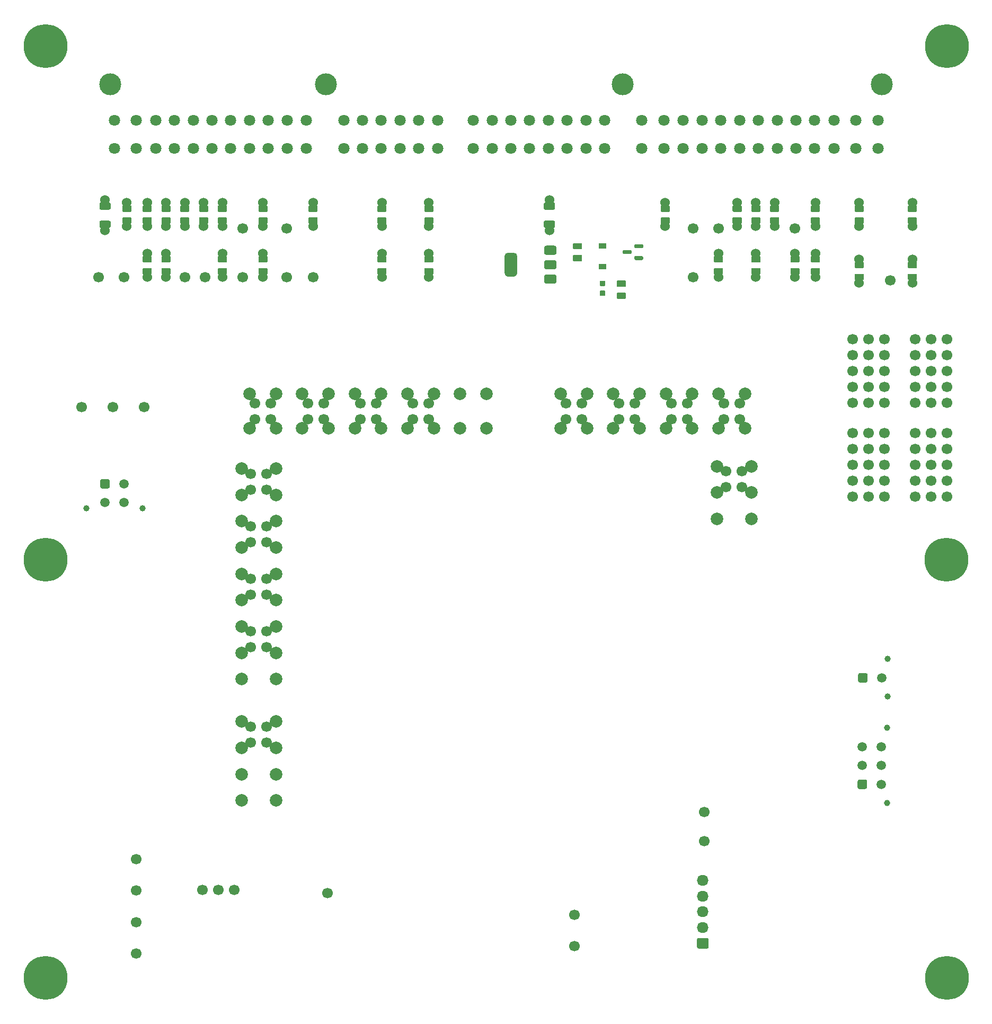
<source format=gts>
G04 #@! TF.GenerationSoftware,KiCad,Pcbnew,8.0.9-8.0.9-0~ubuntu24.04.1*
G04 #@! TF.CreationDate,2025-09-02T15:45:05+00:00*
G04 #@! TF.ProjectId,uaefi-adapter-NA-90-95,75616566-692d-4616-9461-707465722d4e,b*
G04 #@! TF.SameCoordinates,Original*
G04 #@! TF.FileFunction,Soldermask,Top*
G04 #@! TF.FilePolarity,Negative*
%FSLAX46Y46*%
G04 Gerber Fmt 4.6, Leading zero omitted, Abs format (unit mm)*
G04 Created by KiCad (PCBNEW 8.0.9-8.0.9-0~ubuntu24.04.1) date 2025-09-02 15:45:05*
%MOMM*%
%LPD*%
G01*
G04 APERTURE LIST*
%ADD10C,1.524000*%
%ADD11C,1.700000*%
%ADD12C,1.000000*%
%ADD13C,1.500000*%
%ADD14C,7.000000*%
%ADD15C,3.500120*%
%ADD16C,1.800000*%
%ADD17C,2.000000*%
%ADD18O,1.850000X1.700000*%
G04 APERTURE END LIST*
D10*
G04 #@! TO.C,R17*
X30249999Y125094999D03*
G36*
G01*
X30874999Y125549998D02*
X29624999Y125549998D01*
G75*
G02*
X29524999Y125649998I0J100000D01*
G01*
X29524999Y126449998D01*
G75*
G02*
X29624999Y126549998I100000J0D01*
G01*
X30874999Y126549998D01*
G75*
G02*
X30974999Y126449998I0J-100000D01*
G01*
X30974999Y125649998D01*
G75*
G02*
X30874999Y125549998I-100000J0D01*
G01*
G37*
G36*
G01*
X30874999Y127450020D02*
X29624999Y127450020D01*
G75*
G02*
X29524999Y127550020I0J100000D01*
G01*
X29524999Y128350020D01*
G75*
G02*
X29624999Y128450020I100000J0D01*
G01*
X30874999Y128450020D01*
G75*
G02*
X30974999Y128350020I0J-100000D01*
G01*
X30974999Y127550020D01*
G75*
G02*
X30874999Y127450020I-100000J0D01*
G01*
G37*
X30249999Y128904999D03*
G04 #@! TD*
G04 #@! TO.C,R15*
X24249999Y125094999D03*
G36*
G01*
X24874999Y125549998D02*
X23624999Y125549998D01*
G75*
G02*
X23524999Y125649998I0J100000D01*
G01*
X23524999Y126449998D01*
G75*
G02*
X23624999Y126549998I100000J0D01*
G01*
X24874999Y126549998D01*
G75*
G02*
X24974999Y126449998I0J-100000D01*
G01*
X24974999Y125649998D01*
G75*
G02*
X24874999Y125549998I-100000J0D01*
G01*
G37*
G36*
G01*
X24874999Y127450020D02*
X23624999Y127450020D01*
G75*
G02*
X23524999Y127550020I0J100000D01*
G01*
X23524999Y128350020D01*
G75*
G02*
X23624999Y128450020I100000J0D01*
G01*
X24874999Y128450020D01*
G75*
G02*
X24974999Y128350020I0J-100000D01*
G01*
X24974999Y127550020D01*
G75*
G02*
X24874999Y127450020I-100000J0D01*
G01*
G37*
X24249999Y128904999D03*
G04 #@! TD*
D11*
G04 #@! TO.C,P11*
X47749999Y116999999D03*
G04 #@! TD*
D10*
G04 #@! TO.C,R58*
X118499999Y125094999D03*
G36*
G01*
X119124999Y125549998D02*
X117874999Y125549998D01*
G75*
G02*
X117774999Y125649998I0J100000D01*
G01*
X117774999Y126449998D01*
G75*
G02*
X117874999Y126549998I100000J0D01*
G01*
X119124999Y126549998D01*
G75*
G02*
X119224999Y126449998I0J-100000D01*
G01*
X119224999Y125649998D01*
G75*
G02*
X119124999Y125549998I-100000J0D01*
G01*
G37*
G36*
G01*
X119124999Y127450020D02*
X117874999Y127450020D01*
G75*
G02*
X117774999Y127550020I0J100000D01*
G01*
X117774999Y128350020D01*
G75*
G02*
X117874999Y128450020I100000J0D01*
G01*
X119124999Y128450020D01*
G75*
G02*
X119224999Y128350020I0J-100000D01*
G01*
X119224999Y127550020D01*
G75*
G02*
X119124999Y127450020I-100000J0D01*
G01*
G37*
X118499999Y128904999D03*
G04 #@! TD*
D11*
G04 #@! TO.C,P3*
X19499999Y18999999D03*
G04 #@! TD*
G04 #@! TO.C,P_D5*
X108499999Y116999999D03*
G04 #@! TD*
D10*
G04 #@! TO.C,R57*
X115499999Y125094999D03*
G36*
G01*
X116124999Y125549998D02*
X114874999Y125549998D01*
G75*
G02*
X114774999Y125649998I0J100000D01*
G01*
X114774999Y126449998D01*
G75*
G02*
X114874999Y126549998I100000J0D01*
G01*
X116124999Y126549998D01*
G75*
G02*
X116224999Y126449998I0J-100000D01*
G01*
X116224999Y125649998D01*
G75*
G02*
X116124999Y125549998I-100000J0D01*
G01*
G37*
G36*
G01*
X116124999Y127450020D02*
X114874999Y127450020D01*
G75*
G02*
X114774999Y127550020I0J100000D01*
G01*
X114774999Y128350020D01*
G75*
G02*
X114874999Y128450020I100000J0D01*
G01*
X116124999Y128450020D01*
G75*
G02*
X116224999Y128350020I0J-100000D01*
G01*
X116224999Y127550020D01*
G75*
G02*
X116124999Y127450020I-100000J0D01*
G01*
G37*
X115499999Y128904999D03*
G04 #@! TD*
G04 #@! TO.C,R22*
X47749999Y125094999D03*
G36*
G01*
X48374999Y125549998D02*
X47124999Y125549998D01*
G75*
G02*
X47024999Y125649998I0J100000D01*
G01*
X47024999Y126449998D01*
G75*
G02*
X47124999Y126549998I100000J0D01*
G01*
X48374999Y126549998D01*
G75*
G02*
X48474999Y126449998I0J-100000D01*
G01*
X48474999Y125649998D01*
G75*
G02*
X48374999Y125549998I-100000J0D01*
G01*
G37*
G36*
G01*
X48374999Y127450020D02*
X47124999Y127450020D01*
G75*
G02*
X47024999Y127550020I0J100000D01*
G01*
X47024999Y128350020D01*
G75*
G02*
X47124999Y128450020I100000J0D01*
G01*
X48374999Y128450020D01*
G75*
G02*
X48474999Y128350020I0J-100000D01*
G01*
X48474999Y127550020D01*
G75*
G02*
X48374999Y127450020I-100000J0D01*
G01*
G37*
X47749999Y128904999D03*
G04 #@! TD*
G04 #@! TO.C,R46*
X124749999Y116999999D03*
G36*
G01*
X125374999Y117454998D02*
X124124999Y117454998D01*
G75*
G02*
X124024999Y117554998I0J100000D01*
G01*
X124024999Y118354998D01*
G75*
G02*
X124124999Y118454998I100000J0D01*
G01*
X125374999Y118454998D01*
G75*
G02*
X125474999Y118354998I0J-100000D01*
G01*
X125474999Y117554998D01*
G75*
G02*
X125374999Y117454998I-100000J0D01*
G01*
G37*
G36*
G01*
X125374999Y119355020D02*
X124124999Y119355020D01*
G75*
G02*
X124024999Y119455020I0J100000D01*
G01*
X124024999Y120255020D01*
G75*
G02*
X124124999Y120355020I100000J0D01*
G01*
X125374999Y120355020D01*
G75*
G02*
X125474999Y120255020I0J-100000D01*
G01*
X125474999Y119455020D01*
G75*
G02*
X125374999Y119355020I-100000J0D01*
G01*
G37*
X124749999Y120809999D03*
G04 #@! TD*
G04 #@! TO.C,R9*
X39749999Y116999999D03*
G36*
G01*
X40374999Y117454998D02*
X39124999Y117454998D01*
G75*
G02*
X39024999Y117554998I0J100000D01*
G01*
X39024999Y118354998D01*
G75*
G02*
X39124999Y118454998I100000J0D01*
G01*
X40374999Y118454998D01*
G75*
G02*
X40474999Y118354998I0J-100000D01*
G01*
X40474999Y117554998D01*
G75*
G02*
X40374999Y117454998I-100000J0D01*
G01*
G37*
G36*
G01*
X40374999Y119355020D02*
X39124999Y119355020D01*
G75*
G02*
X39024999Y119455020I0J100000D01*
G01*
X39024999Y120255020D01*
G75*
G02*
X39124999Y120355020I100000J0D01*
G01*
X40374999Y120355020D01*
G75*
G02*
X40474999Y120255020I0J-100000D01*
G01*
X40474999Y119455020D01*
G75*
G02*
X40374999Y119355020I-100000J0D01*
G01*
G37*
X39749999Y120809999D03*
G04 #@! TD*
D11*
G04 #@! TO.C,P12*
X13499999Y116999999D03*
G04 #@! TD*
D10*
G04 #@! TO.C,R49_51*
X134999999Y116094999D03*
G36*
G01*
X135624999Y116549998D02*
X134374999Y116549998D01*
G75*
G02*
X134274999Y116649998I0J100000D01*
G01*
X134274999Y117449998D01*
G75*
G02*
X134374999Y117549998I100000J0D01*
G01*
X135624999Y117549998D01*
G75*
G02*
X135724999Y117449998I0J-100000D01*
G01*
X135724999Y116649998D01*
G75*
G02*
X135624999Y116549998I-100000J0D01*
G01*
G37*
G36*
G01*
X135624999Y118450020D02*
X134374999Y118450020D01*
G75*
G02*
X134274999Y118550020I0J100000D01*
G01*
X134274999Y119350020D01*
G75*
G02*
X134374999Y119450020I100000J0D01*
G01*
X135624999Y119450020D01*
G75*
G02*
X135724999Y119350020I0J-100000D01*
G01*
X135724999Y118550020D01*
G75*
G02*
X135624999Y118450020I-100000J0D01*
G01*
G37*
X134999999Y119904999D03*
G04 #@! TD*
D11*
G04 #@! TO.C,P63*
X139999999Y116499999D03*
G04 #@! TD*
G04 #@! TO.C,P9*
X19499999Y8999999D03*
G04 #@! TD*
D10*
G04 #@! TO.C,R3*
X21249999Y116999999D03*
G36*
G01*
X21874999Y117454998D02*
X20624999Y117454998D01*
G75*
G02*
X20524999Y117554998I0J100000D01*
G01*
X20524999Y118354998D01*
G75*
G02*
X20624999Y118454998I100000J0D01*
G01*
X21874999Y118454998D01*
G75*
G02*
X21974999Y118354998I0J-100000D01*
G01*
X21974999Y117554998D01*
G75*
G02*
X21874999Y117454998I-100000J0D01*
G01*
G37*
G36*
G01*
X21874999Y119355020D02*
X20624999Y119355020D01*
G75*
G02*
X20524999Y119455020I0J100000D01*
G01*
X20524999Y120255020D01*
G75*
G02*
X20624999Y120355020I100000J0D01*
G01*
X21874999Y120355020D01*
G75*
G02*
X21974999Y120255020I0J-100000D01*
G01*
X21974999Y119455020D01*
G75*
G02*
X21874999Y119355020I-100000J0D01*
G01*
G37*
X21249999Y120809999D03*
G04 #@! TD*
G04 #@! TO.C,R18*
X33249999Y125094999D03*
G36*
G01*
X33874999Y125549998D02*
X32624999Y125549998D01*
G75*
G02*
X32524999Y125649998I0J100000D01*
G01*
X32524999Y126449998D01*
G75*
G02*
X32624999Y126549998I100000J0D01*
G01*
X33874999Y126549998D01*
G75*
G02*
X33974999Y126449998I0J-100000D01*
G01*
X33974999Y125649998D01*
G75*
G02*
X33874999Y125549998I-100000J0D01*
G01*
G37*
G36*
G01*
X33874999Y127450020D02*
X32624999Y127450020D01*
G75*
G02*
X32524999Y127550020I0J100000D01*
G01*
X32524999Y128350020D01*
G75*
G02*
X32624999Y128450020I100000J0D01*
G01*
X33874999Y128450020D01*
G75*
G02*
X33974999Y128350020I0J-100000D01*
G01*
X33974999Y127550020D01*
G75*
G02*
X33874999Y127450020I-100000J0D01*
G01*
G37*
X33249999Y128904999D03*
G04 #@! TD*
D11*
G04 #@! TO.C,P6*
X30499999Y116999999D03*
G04 #@! TD*
D10*
G04 #@! TO.C,R20*
X39749999Y125094999D03*
G36*
G01*
X40374999Y125549998D02*
X39124999Y125549998D01*
G75*
G02*
X39024999Y125649998I0J100000D01*
G01*
X39024999Y126449998D01*
G75*
G02*
X39124999Y126549998I100000J0D01*
G01*
X40374999Y126549998D01*
G75*
G02*
X40474999Y126449998I0J-100000D01*
G01*
X40474999Y125649998D01*
G75*
G02*
X40374999Y125549998I-100000J0D01*
G01*
G37*
G36*
G01*
X40374999Y127450020D02*
X39124999Y127450020D01*
G75*
G02*
X39024999Y127550020I0J100000D01*
G01*
X39024999Y128350020D01*
G75*
G02*
X39124999Y128450020I100000J0D01*
G01*
X40374999Y128450020D01*
G75*
G02*
X40474999Y128350020I0J-100000D01*
G01*
X40474999Y127550020D01*
G75*
G02*
X40374999Y127450020I-100000J0D01*
G01*
G37*
X39749999Y128904999D03*
G04 #@! TD*
G04 #@! TO.C,D1*
G36*
G01*
X93489999Y122449999D02*
X94509999Y122449999D01*
G75*
G02*
X94599999Y122359999I0J-90000D01*
G01*
X94599999Y121639999D01*
G75*
G02*
X94509999Y121549999I-90000J0D01*
G01*
X93489999Y121549999D01*
G75*
G02*
X93399999Y121639999I0J90000D01*
G01*
X93399999Y122359999D01*
G75*
G02*
X93489999Y122449999I90000J0D01*
G01*
G37*
G36*
G01*
X93489999Y119149999D02*
X94509999Y119149999D01*
G75*
G02*
X94599999Y119059999I0J-90000D01*
G01*
X94599999Y118339999D01*
G75*
G02*
X94509999Y118249999I-90000J0D01*
G01*
X93489999Y118249999D01*
G75*
G02*
X93399999Y118339999I0J90000D01*
G01*
X93399999Y119059999D01*
G75*
G02*
X93489999Y119149999I90000J0D01*
G01*
G37*
G04 #@! TD*
D12*
G04 #@! TO.C,J2*
X11499999Y80059999D03*
X20499999Y80059999D03*
G36*
G01*
X13749999Y83500000D02*
X13749999Y84499998D01*
G75*
G02*
X14000000Y84749999I250001J0D01*
G01*
X14999998Y84749999D01*
G75*
G02*
X15249999Y84499998I0J-250001D01*
G01*
X15249999Y83500000D01*
G75*
G02*
X14999998Y83249999I-250001J0D01*
G01*
X14000000Y83249999D01*
G75*
G02*
X13749999Y83500000I0J250001D01*
G01*
G37*
D13*
X17499999Y83999999D03*
X14499999Y80999999D03*
X17499999Y80999999D03*
G04 #@! TD*
D10*
G04 #@! TO.C,R46_61*
X121499999Y125094999D03*
G36*
G01*
X122124999Y125549998D02*
X120874999Y125549998D01*
G75*
G02*
X120774999Y125649998I0J100000D01*
G01*
X120774999Y126449998D01*
G75*
G02*
X120874999Y126549998I100000J0D01*
G01*
X122124999Y126549998D01*
G75*
G02*
X122224999Y126449998I0J-100000D01*
G01*
X122224999Y125649998D01*
G75*
G02*
X122124999Y125549998I-100000J0D01*
G01*
G37*
G36*
G01*
X122124999Y127450020D02*
X120874999Y127450020D01*
G75*
G02*
X120774999Y127550020I0J100000D01*
G01*
X120774999Y128350020D01*
G75*
G02*
X120874999Y128450020I100000J0D01*
G01*
X122124999Y128450020D01*
G75*
G02*
X122224999Y128350020I0J-100000D01*
G01*
X122224999Y127550020D01*
G75*
G02*
X122124999Y127450020I-100000J0D01*
G01*
G37*
X121499999Y128904999D03*
G04 #@! TD*
G04 #@! TO.C,R45*
X118499999Y116999999D03*
G36*
G01*
X119124999Y117454998D02*
X117874999Y117454998D01*
G75*
G02*
X117774999Y117554998I0J100000D01*
G01*
X117774999Y118354998D01*
G75*
G02*
X117874999Y118454998I100000J0D01*
G01*
X119124999Y118454998D01*
G75*
G02*
X119224999Y118354998I0J-100000D01*
G01*
X119224999Y117554998D01*
G75*
G02*
X119124999Y117454998I-100000J0D01*
G01*
G37*
G36*
G01*
X119124999Y119355020D02*
X117874999Y119355020D01*
G75*
G02*
X117774999Y119455020I0J100000D01*
G01*
X117774999Y120255020D01*
G75*
G02*
X117874999Y120355020I100000J0D01*
G01*
X119124999Y120355020D01*
G75*
G02*
X119224999Y120255020I0J-100000D01*
G01*
X119224999Y119455020D01*
G75*
G02*
X119124999Y119355020I-100000J0D01*
G01*
G37*
X118499999Y120809999D03*
G04 #@! TD*
D11*
G04 #@! TO.C,P_C11*
X20749999Y96249999D03*
G04 #@! TD*
G04 #@! TO.C,P10*
X43499999Y116999999D03*
G04 #@! TD*
D10*
G04 #@! TO.C,R51*
X143499999Y116094999D03*
G36*
G01*
X144124999Y116549998D02*
X142874999Y116549998D01*
G75*
G02*
X142774999Y116649998I0J100000D01*
G01*
X142774999Y117449998D01*
G75*
G02*
X142874999Y117549998I100000J0D01*
G01*
X144124999Y117549998D01*
G75*
G02*
X144224999Y117449998I0J-100000D01*
G01*
X144224999Y116649998D01*
G75*
G02*
X144124999Y116549998I-100000J0D01*
G01*
G37*
G36*
G01*
X144124999Y118450020D02*
X142874999Y118450020D01*
G75*
G02*
X142774999Y118550020I0J100000D01*
G01*
X142774999Y119350020D01*
G75*
G02*
X142874999Y119450020I100000J0D01*
G01*
X144124999Y119450020D01*
G75*
G02*
X144224999Y119350020I0J-100000D01*
G01*
X144224999Y118550020D01*
G75*
G02*
X144124999Y118450020I-100000J0D01*
G01*
G37*
X143499999Y119904999D03*
G04 #@! TD*
D11*
G04 #@! TO.C,G9*
X143959999Y96919999D03*
X143959999Y99459999D03*
X143959999Y101999999D03*
X143959999Y104539999D03*
X143959999Y107079999D03*
X146499999Y96919999D03*
X146499999Y99459999D03*
X146499999Y101999999D03*
X146499999Y104539999D03*
X146499999Y107079999D03*
X149039999Y96919999D03*
X149039999Y99459999D03*
X149039999Y101999999D03*
X149039999Y104539999D03*
X149039999Y107079999D03*
G04 #@! TD*
D10*
G04 #@! TO.C,R43*
X112499999Y116999999D03*
G36*
G01*
X113124999Y117454998D02*
X111874999Y117454998D01*
G75*
G02*
X111774999Y117554998I0J100000D01*
G01*
X111774999Y118354998D01*
G75*
G02*
X111874999Y118454998I100000J0D01*
G01*
X113124999Y118454998D01*
G75*
G02*
X113224999Y118354998I0J-100000D01*
G01*
X113224999Y117554998D01*
G75*
G02*
X113124999Y117454998I-100000J0D01*
G01*
G37*
G36*
G01*
X113124999Y119355020D02*
X111874999Y119355020D01*
G75*
G02*
X111774999Y119455020I0J100000D01*
G01*
X111774999Y120255020D01*
G75*
G02*
X111874999Y120355020I100000J0D01*
G01*
X113124999Y120355020D01*
G75*
G02*
X113224999Y120255020I0J-100000D01*
G01*
X113224999Y119455020D01*
G75*
G02*
X113124999Y119355020I-100000J0D01*
G01*
G37*
X112499999Y120809999D03*
G04 #@! TD*
G04 #@! TO.C,D2*
G36*
G01*
X100524999Y120199999D02*
X100524999Y119899999D01*
G75*
G02*
X100374999Y119749999I-150000J0D01*
G01*
X99199999Y119749999D01*
G75*
G02*
X99049999Y119899999I0J150000D01*
G01*
X99049999Y120199999D01*
G75*
G02*
X99199999Y120349999I150000J0D01*
G01*
X100374999Y120349999D01*
G75*
G02*
X100524999Y120199999I0J-150000D01*
G01*
G37*
G36*
G01*
X98649999Y121149999D02*
X98649999Y120849999D01*
G75*
G02*
X98499999Y120699999I-150000J0D01*
G01*
X97324999Y120699999D01*
G75*
G02*
X97174999Y120849999I0J150000D01*
G01*
X97174999Y121149999D01*
G75*
G02*
X97324999Y121299999I150000J0D01*
G01*
X98499999Y121299999D01*
G75*
G02*
X98649999Y121149999I0J-150000D01*
G01*
G37*
G36*
G01*
X100524999Y122099999D02*
X100524999Y121799999D01*
G75*
G02*
X100374999Y121649999I-150000J0D01*
G01*
X99199999Y121649999D01*
G75*
G02*
X99049999Y121799999I0J150000D01*
G01*
X99049999Y122099999D01*
G75*
G02*
X99199999Y122249999I150000J0D01*
G01*
X100374999Y122249999D01*
G75*
G02*
X100524999Y122099999I0J-150000D01*
G01*
G37*
G04 #@! TD*
D12*
G04 #@! TO.C,J1*
X139439999Y32999999D03*
X139439999Y44999999D03*
G36*
G01*
X135999998Y35249999D02*
X135000000Y35249999D01*
G75*
G02*
X134749999Y35500000I0J250001D01*
G01*
X134749999Y36499998D01*
G75*
G02*
X135000000Y36749999I250001J0D01*
G01*
X135999998Y36749999D01*
G75*
G02*
X136249999Y36499998I0J-250001D01*
G01*
X136249999Y35500000D01*
G75*
G02*
X135999998Y35249999I-250001J0D01*
G01*
G37*
D13*
X135499999Y38999999D03*
X135499999Y41999999D03*
X138499999Y35999999D03*
X138499999Y38999999D03*
X138499999Y41999999D03*
G04 #@! TD*
D14*
G04 #@! TO.C,J16*
X149000000Y153900000D03*
G04 #@! TD*
G04 #@! TO.C,R1*
G36*
G01*
X89374999Y122450000D02*
X90624999Y122450000D01*
G75*
G02*
X90724999Y122350000I0J-100000D01*
G01*
X90724999Y121550000D01*
G75*
G02*
X90624999Y121450000I-100000J0D01*
G01*
X89374999Y121450000D01*
G75*
G02*
X89274999Y121550000I0J100000D01*
G01*
X89274999Y122350000D01*
G75*
G02*
X89374999Y122450000I100000J0D01*
G01*
G37*
G36*
G01*
X89374999Y120549978D02*
X90624999Y120549978D01*
G75*
G02*
X90724999Y120449978I0J-100000D01*
G01*
X90724999Y119649978D01*
G75*
G02*
X90624999Y119549978I-100000J0D01*
G01*
X89374999Y119549978D01*
G75*
G02*
X89274999Y119649978I0J100000D01*
G01*
X89274999Y120449978D01*
G75*
G02*
X89374999Y120549978I100000J0D01*
G01*
G37*
G04 #@! TD*
G04 #@! TO.C,J17*
X5000000Y71900000D03*
G04 #@! TD*
D10*
G04 #@! TO.C,R16*
X27249999Y125094999D03*
G36*
G01*
X27874999Y125549998D02*
X26624999Y125549998D01*
G75*
G02*
X26524999Y125649998I0J100000D01*
G01*
X26524999Y126449998D01*
G75*
G02*
X26624999Y126549998I100000J0D01*
G01*
X27874999Y126549998D01*
G75*
G02*
X27974999Y126449998I0J-100000D01*
G01*
X27974999Y125649998D01*
G75*
G02*
X27874999Y125549998I-100000J0D01*
G01*
G37*
G36*
G01*
X27874999Y127450020D02*
X26624999Y127450020D01*
G75*
G02*
X26524999Y127550020I0J100000D01*
G01*
X26524999Y128350020D01*
G75*
G02*
X26624999Y128450020I100000J0D01*
G01*
X27874999Y128450020D01*
G75*
G02*
X27974999Y128350020I0J-100000D01*
G01*
X27974999Y127550020D01*
G75*
G02*
X27874999Y127450020I-100000J0D01*
G01*
G37*
X27249999Y128904999D03*
G04 #@! TD*
G04 #@! TO.C,R48*
X127999999Y116999999D03*
G36*
G01*
X128624999Y117454998D02*
X127374999Y117454998D01*
G75*
G02*
X127274999Y117554998I0J100000D01*
G01*
X127274999Y118354998D01*
G75*
G02*
X127374999Y118454998I100000J0D01*
G01*
X128624999Y118454998D01*
G75*
G02*
X128724999Y118354998I0J-100000D01*
G01*
X128724999Y117554998D01*
G75*
G02*
X128624999Y117454998I-100000J0D01*
G01*
G37*
G36*
G01*
X128624999Y119355020D02*
X127374999Y119355020D01*
G75*
G02*
X127274999Y119455020I0J100000D01*
G01*
X127274999Y120255020D01*
G75*
G02*
X127374999Y120355020I100000J0D01*
G01*
X128624999Y120355020D01*
G75*
G02*
X128724999Y120255020I0J-100000D01*
G01*
X128724999Y119455020D01*
G75*
G02*
X128624999Y119355020I-100000J0D01*
G01*
G37*
X127999999Y120809999D03*
G04 #@! TD*
G04 #@! TO.C,C1*
G36*
G01*
X94339999Y113994997D02*
X93659999Y113994997D01*
G75*
G02*
X93574999Y114079997I0J85000D01*
G01*
X93574999Y114759997D01*
G75*
G02*
X93659999Y114844997I85000J0D01*
G01*
X94339999Y114844997D01*
G75*
G02*
X94424999Y114759997I0J-85000D01*
G01*
X94424999Y114079997D01*
G75*
G02*
X94339999Y113994997I-85000J0D01*
G01*
G37*
G36*
G01*
X94339999Y115574999D02*
X93659999Y115574999D01*
G75*
G02*
X93574999Y115659999I0J85000D01*
G01*
X93574999Y116339999D01*
G75*
G02*
X93659999Y116424999I85000J0D01*
G01*
X94339999Y116424999D01*
G75*
G02*
X94424999Y116339999I0J-85000D01*
G01*
X94424999Y115659999D01*
G75*
G02*
X94339999Y115574999I-85000J0D01*
G01*
G37*
G04 #@! TD*
G04 #@! TO.C,R14*
X21249999Y125094999D03*
G36*
G01*
X21874999Y125549998D02*
X20624999Y125549998D01*
G75*
G02*
X20524999Y125649998I0J100000D01*
G01*
X20524999Y126449998D01*
G75*
G02*
X20624999Y126549998I100000J0D01*
G01*
X21874999Y126549998D01*
G75*
G02*
X21974999Y126449998I0J-100000D01*
G01*
X21974999Y125649998D01*
G75*
G02*
X21874999Y125549998I-100000J0D01*
G01*
G37*
G36*
G01*
X21874999Y127450020D02*
X20624999Y127450020D01*
G75*
G02*
X20524999Y127550020I0J100000D01*
G01*
X20524999Y128350020D01*
G75*
G02*
X20624999Y128450020I100000J0D01*
G01*
X21874999Y128450020D01*
G75*
G02*
X21974999Y128350020I0J-100000D01*
G01*
X21974999Y127550020D01*
G75*
G02*
X21874999Y127450020I-100000J0D01*
G01*
G37*
X21249999Y128904999D03*
G04 #@! TD*
G04 #@! TO.C,R68*
X58749999Y116999999D03*
G36*
G01*
X59374999Y117454998D02*
X58124999Y117454998D01*
G75*
G02*
X58024999Y117554998I0J100000D01*
G01*
X58024999Y118354998D01*
G75*
G02*
X58124999Y118454998I100000J0D01*
G01*
X59374999Y118454998D01*
G75*
G02*
X59474999Y118354998I0J-100000D01*
G01*
X59474999Y117554998D01*
G75*
G02*
X59374999Y117454998I-100000J0D01*
G01*
G37*
G36*
G01*
X59374999Y119355020D02*
X58124999Y119355020D01*
G75*
G02*
X58024999Y119455020I0J100000D01*
G01*
X58024999Y120255020D01*
G75*
G02*
X58124999Y120355020I100000J0D01*
G01*
X59374999Y120355020D01*
G75*
G02*
X59474999Y120255020I0J-100000D01*
G01*
X59474999Y119455020D01*
G75*
G02*
X59374999Y119355020I-100000J0D01*
G01*
G37*
X58749999Y120809999D03*
G04 #@! TD*
D11*
G04 #@! TO.C,P2*
X17499999Y116999999D03*
G04 #@! TD*
G04 #@! TO.C,P_C12*
X15749999Y96249999D03*
G04 #@! TD*
D10*
G04 #@! TO.C,F12*
X14499999Y129354999D03*
G36*
G01*
X13599999Y128010009D02*
X13599999Y128700009D01*
G75*
G02*
X13829999Y128930009I230000J0D01*
G01*
X15169999Y128930009D01*
G75*
G02*
X15399999Y128700009I0J-230000D01*
G01*
X15399999Y128010009D01*
G75*
G02*
X15169999Y127780009I-230000J0D01*
G01*
X13829999Y127780009D01*
G75*
G02*
X13599999Y128010009I0J230000D01*
G01*
G37*
G36*
G01*
X13599999Y125109989D02*
X13599999Y125799989D01*
G75*
G02*
X13829999Y126029989I230000J0D01*
G01*
X15169999Y126029989D01*
G75*
G02*
X15399999Y125799989I0J-230000D01*
G01*
X15399999Y125109989D01*
G75*
G02*
X15169999Y124879989I-230000J0D01*
G01*
X13829999Y124879989D01*
G75*
G02*
X13599999Y125109989I0J230000D01*
G01*
G37*
X14499999Y124454999D03*
G04 #@! TD*
D11*
G04 #@! TO.C,P55*
X108499999Y124749999D03*
G04 #@! TD*
D10*
G04 #@! TO.C,R4*
X24249999Y116999999D03*
G36*
G01*
X24874999Y117454998D02*
X23624999Y117454998D01*
G75*
G02*
X23524999Y117554998I0J100000D01*
G01*
X23524999Y118354998D01*
G75*
G02*
X23624999Y118454998I100000J0D01*
G01*
X24874999Y118454998D01*
G75*
G02*
X24974999Y118354998I0J-100000D01*
G01*
X24974999Y117554998D01*
G75*
G02*
X24874999Y117454998I-100000J0D01*
G01*
G37*
G36*
G01*
X24874999Y119355020D02*
X23624999Y119355020D01*
G75*
G02*
X23524999Y119455020I0J100000D01*
G01*
X23524999Y120255020D01*
G75*
G02*
X23624999Y120355020I100000J0D01*
G01*
X24874999Y120355020D01*
G75*
G02*
X24974999Y120255020I0J-100000D01*
G01*
X24974999Y119455020D01*
G75*
G02*
X24874999Y119355020I-100000J0D01*
G01*
G37*
X24249999Y120809999D03*
G04 #@! TD*
D11*
G04 #@! TO.C,G8*
X133959999Y96919999D03*
X133959999Y99459999D03*
X133959999Y101999999D03*
X133959999Y104539999D03*
X133959999Y107079999D03*
X136499999Y96919999D03*
X136499999Y99459999D03*
X136499999Y101999999D03*
X136499999Y104539999D03*
X136499999Y107079999D03*
X139039999Y96919999D03*
X139039999Y99459999D03*
X139039999Y101999999D03*
X139039999Y104539999D03*
X139039999Y107079999D03*
G04 #@! TD*
D10*
G04 #@! TO.C,R74*
X58749999Y125094999D03*
G36*
G01*
X59374999Y125549998D02*
X58124999Y125549998D01*
G75*
G02*
X58024999Y125649998I0J100000D01*
G01*
X58024999Y126449998D01*
G75*
G02*
X58124999Y126549998I100000J0D01*
G01*
X59374999Y126549998D01*
G75*
G02*
X59474999Y126449998I0J-100000D01*
G01*
X59474999Y125649998D01*
G75*
G02*
X59374999Y125549998I-100000J0D01*
G01*
G37*
G36*
G01*
X59374999Y127450020D02*
X58124999Y127450020D01*
G75*
G02*
X58024999Y127550020I0J100000D01*
G01*
X58024999Y128350020D01*
G75*
G02*
X58124999Y128450020I100000J0D01*
G01*
X59374999Y128450020D01*
G75*
G02*
X59474999Y128350020I0J-100000D01*
G01*
X59474999Y127550020D01*
G75*
G02*
X59374999Y127450020I-100000J0D01*
G01*
G37*
X58749999Y128904999D03*
G04 #@! TD*
D11*
G04 #@! TO.C,G10*
X133959999Y81919999D03*
X133959999Y84459999D03*
X133959999Y86999999D03*
X133959999Y89539999D03*
X133959999Y92079999D03*
X136499999Y81919999D03*
X136499999Y84459999D03*
X136499999Y86999999D03*
X136499999Y89539999D03*
X136499999Y92079999D03*
X139039999Y81919999D03*
X139039999Y84459999D03*
X139039999Y86999999D03*
X139039999Y89539999D03*
X139039999Y92079999D03*
G04 #@! TD*
D15*
G04 #@! TO.C,P1*
X15340980Y147779760D03*
X49790980Y147779760D03*
X97190980Y147779760D03*
X138640980Y147779760D03*
D16*
X15990980Y137579120D03*
X19488560Y137579120D03*
X22589900Y137579120D03*
X25589640Y137579120D03*
X28589380Y137579120D03*
X31589120Y137579120D03*
X34588860Y137579120D03*
X37588600Y137579120D03*
X40588340Y137579120D03*
X43588080Y137579120D03*
X46689420Y137579120D03*
X15990980Y142080000D03*
X19488560Y142080000D03*
X22589900Y142080000D03*
X25589640Y142080000D03*
X28589380Y142080000D03*
X31589120Y142080000D03*
X34588860Y142080000D03*
X37588600Y142080000D03*
X40588340Y142080000D03*
X43588080Y142080000D03*
X46689420Y142080000D03*
X73340980Y137579120D03*
X76340720Y137579120D03*
X79340460Y137579120D03*
X82340200Y137579120D03*
X85342480Y137579120D03*
X88342220Y137579120D03*
X91341960Y137579120D03*
X94341700Y137579120D03*
X73340980Y142080000D03*
X76340720Y142080000D03*
X79340460Y142080000D03*
X82340200Y142080000D03*
X85342480Y142080000D03*
X88342220Y142080000D03*
X91341960Y142080000D03*
X94341700Y142080000D03*
X100287840Y137579120D03*
X103787960Y137579120D03*
X106891840Y137579120D03*
X109891580Y137579120D03*
X112891320Y137579120D03*
X115891060Y137579120D03*
X118890800Y137579120D03*
X121890540Y137579120D03*
X124890280Y137579120D03*
X127890020Y137579120D03*
X130991360Y137579120D03*
X134491480Y137579120D03*
X137991600Y137579120D03*
X100287840Y142080000D03*
X103787960Y142080000D03*
X106891840Y142080000D03*
X109891580Y142080000D03*
X112891320Y142080000D03*
X115891060Y142080000D03*
X118890800Y142080000D03*
X121890540Y142080000D03*
X124890280Y142080000D03*
X127890020Y142080000D03*
X130991360Y142080000D03*
X134491480Y142080000D03*
X137991600Y142080000D03*
X52640980Y137579120D03*
X55640720Y137579120D03*
X58640460Y137579120D03*
X61640200Y137579120D03*
X64642480Y137579120D03*
X67642220Y137579120D03*
X52640980Y142080000D03*
X55640720Y142080000D03*
X58640460Y142080000D03*
X61640200Y142080000D03*
X64642480Y142080000D03*
X67642220Y142080000D03*
G04 #@! TD*
D14*
G04 #@! TO.C,J15*
X148950800Y71900000D03*
G04 #@! TD*
G04 #@! TO.C,J14*
X149000000Y5100000D03*
G04 #@! TD*
D11*
G04 #@! TO.C,G11*
X143959999Y81919999D03*
X143959999Y84459999D03*
X143959999Y86999999D03*
X143959999Y89539999D03*
X143959999Y92079999D03*
X146499999Y81919999D03*
X146499999Y84459999D03*
X146499999Y86999999D03*
X146499999Y89539999D03*
X146499999Y92079999D03*
X149039999Y81919999D03*
X149039999Y84459999D03*
X149039999Y86999999D03*
X149039999Y89539999D03*
X149039999Y92079999D03*
G04 #@! TD*
G04 #@! TO.C,P56*
X112499999Y124749999D03*
G04 #@! TD*
D10*
G04 #@! TO.C,R7*
X33249999Y116999999D03*
G36*
G01*
X33874999Y117454998D02*
X32624999Y117454998D01*
G75*
G02*
X32524999Y117554998I0J100000D01*
G01*
X32524999Y118354998D01*
G75*
G02*
X32624999Y118454998I100000J0D01*
G01*
X33874999Y118454998D01*
G75*
G02*
X33974999Y118354998I0J-100000D01*
G01*
X33974999Y117554998D01*
G75*
G02*
X33874999Y117454998I-100000J0D01*
G01*
G37*
G36*
G01*
X33874999Y119355020D02*
X32624999Y119355020D01*
G75*
G02*
X32524999Y119455020I0J100000D01*
G01*
X32524999Y120255020D01*
G75*
G02*
X32624999Y120355020I100000J0D01*
G01*
X33874999Y120355020D01*
G75*
G02*
X33974999Y120255020I0J-100000D01*
G01*
X33974999Y119455020D01*
G75*
G02*
X33874999Y119355020I-100000J0D01*
G01*
G37*
X33249999Y120809999D03*
G04 #@! TD*
G04 #@! TO.C,R62_64*
X134999999Y125094999D03*
G36*
G01*
X135624999Y125549998D02*
X134374999Y125549998D01*
G75*
G02*
X134274999Y125649998I0J100000D01*
G01*
X134274999Y126449998D01*
G75*
G02*
X134374999Y126549998I100000J0D01*
G01*
X135624999Y126549998D01*
G75*
G02*
X135724999Y126449998I0J-100000D01*
G01*
X135724999Y125649998D01*
G75*
G02*
X135624999Y125549998I-100000J0D01*
G01*
G37*
G36*
G01*
X135624999Y127450020D02*
X134374999Y127450020D01*
G75*
G02*
X134274999Y127550020I0J100000D01*
G01*
X134274999Y128350020D01*
G75*
G02*
X134374999Y128450020I100000J0D01*
G01*
X135624999Y128450020D01*
G75*
G02*
X135724999Y128350020I0J-100000D01*
G01*
X135724999Y127550020D01*
G75*
G02*
X135624999Y127450020I-100000J0D01*
G01*
G37*
X134999999Y128904999D03*
G04 #@! TD*
D17*
G04 #@! TO.C,M1*
X36300125Y33412562D03*
X36300125Y37612562D03*
X36300125Y41812562D03*
D11*
X37800125Y42662562D03*
D17*
X36300125Y46012562D03*
D11*
X37800125Y45202562D03*
D17*
X41800125Y33412562D03*
X41800125Y37612562D03*
D11*
X40340125Y42662562D03*
D17*
X41800125Y41812562D03*
D11*
X40340125Y45202562D03*
D17*
X41800125Y46012562D03*
X36300125Y52812562D03*
X36300125Y57012562D03*
D11*
X37800125Y57862562D03*
D17*
X36300125Y61212562D03*
D11*
X37800125Y60402562D03*
D17*
X36300125Y65412562D03*
D11*
X37800125Y66262562D03*
D17*
X36300125Y69612562D03*
D11*
X37800125Y68802562D03*
D17*
X36300125Y73812562D03*
D11*
X37800125Y74662562D03*
D17*
X36300125Y78012562D03*
D11*
X37800125Y77202562D03*
D17*
X36300125Y82212562D03*
D11*
X37800125Y83062562D03*
D17*
X36300125Y86412562D03*
D11*
X37800125Y85602562D03*
D17*
X41800125Y52812562D03*
D11*
X40340125Y57862562D03*
D17*
X41800125Y57012562D03*
D11*
X40340125Y60402562D03*
D17*
X41800125Y61212562D03*
D11*
X40340125Y66262562D03*
D17*
X41800125Y65412562D03*
D11*
X40340125Y68802562D03*
D17*
X41800125Y69612562D03*
D11*
X40340125Y74662562D03*
D17*
X41800125Y73812562D03*
D11*
X40340125Y77202562D03*
D17*
X41800125Y78012562D03*
D11*
X40340125Y83062562D03*
D17*
X41800125Y82212562D03*
D11*
X40340125Y85602562D03*
D17*
X41800125Y86412562D03*
X37625125Y98337562D03*
D11*
X38475125Y96837562D03*
X41015125Y96837562D03*
D17*
X41825125Y98337562D03*
X46025125Y98337562D03*
D11*
X46875125Y96837562D03*
X49415125Y96837562D03*
D17*
X50225125Y98337562D03*
X54425125Y98337562D03*
D11*
X55275125Y96837562D03*
X57815125Y96837562D03*
D17*
X58625125Y98337562D03*
X62825125Y98337562D03*
D11*
X63675125Y96837562D03*
X66215125Y96837562D03*
D17*
X67025125Y98337562D03*
X71225125Y98337562D03*
X75425125Y98337562D03*
X37625125Y92837562D03*
D11*
X38475125Y94297562D03*
X41015125Y94297562D03*
D17*
X41825125Y92837562D03*
X46025125Y92837562D03*
D11*
X46875125Y94297562D03*
X49415125Y94297562D03*
D17*
X50225125Y92837562D03*
X54425125Y92837562D03*
D11*
X55275125Y94297562D03*
X57815125Y94297562D03*
D17*
X58625125Y92837562D03*
X62825125Y92837562D03*
D11*
X63675125Y94297562D03*
X66215125Y94297562D03*
D17*
X67025125Y92837562D03*
X71225125Y92837562D03*
X75425125Y92837562D03*
X87325125Y98337562D03*
D11*
X88175125Y96837562D03*
X90715125Y96837562D03*
D17*
X91525125Y98337562D03*
X95725125Y98337562D03*
D11*
X96575125Y96837562D03*
X99115125Y96837562D03*
D17*
X99925125Y98337562D03*
X104125125Y98337562D03*
D11*
X104975125Y96837562D03*
X107515125Y96837562D03*
D17*
X108325125Y98337562D03*
X112525125Y98337562D03*
D11*
X113375125Y96837562D03*
X115915125Y96837562D03*
D17*
X116725125Y98337562D03*
X87325125Y92837562D03*
D11*
X88175125Y94297562D03*
X90715125Y94297562D03*
D17*
X91525125Y92837562D03*
X95725125Y92837562D03*
D11*
X96575125Y94297562D03*
X99115125Y94297562D03*
D17*
X99925125Y92837562D03*
X104125125Y92837562D03*
D11*
X104975125Y94297562D03*
X107515125Y94297562D03*
D17*
X108325125Y92837562D03*
X112525125Y92837562D03*
D11*
X113375125Y94297562D03*
X115915125Y94297562D03*
D17*
X116725125Y92837562D03*
D11*
X116290125Y86002562D03*
D17*
X117750125Y86812562D03*
D11*
X116290125Y83462562D03*
D17*
X117750125Y82612562D03*
X117750125Y78412562D03*
X112250125Y86812562D03*
D11*
X113750125Y86002562D03*
D17*
X112250125Y82612562D03*
D11*
X113750125Y83462562D03*
D17*
X112250125Y78412562D03*
G36*
G01*
X110700125Y9762562D02*
X109350125Y9762562D01*
G75*
G02*
X109100125Y10012562I0J250000D01*
G01*
X109100125Y11212562D01*
G75*
G02*
X109350125Y11462562I250000J0D01*
G01*
X110700125Y11462562D01*
G75*
G02*
X110950125Y11212562I0J-250000D01*
G01*
X110950125Y10012562D01*
G75*
G02*
X110700125Y9762562I-250000J0D01*
G01*
G37*
D18*
X110025125Y13112562D03*
X110025125Y15612562D03*
X110025125Y18112562D03*
X110025125Y20612562D03*
D11*
X89525125Y10112562D03*
X89525125Y15112562D03*
X110225125Y31612562D03*
X110225125Y26912562D03*
X32565125Y19112562D03*
X35105125Y19112562D03*
X30025125Y19112562D03*
X50025125Y18612562D03*
G04 #@! TD*
G04 #@! TO.C,P19*
X36499999Y124749999D03*
G04 #@! TD*
D10*
G04 #@! TO.C,R13*
X17999999Y125094999D03*
G36*
G01*
X18624999Y125549998D02*
X17374999Y125549998D01*
G75*
G02*
X17274999Y125649998I0J100000D01*
G01*
X17274999Y126449998D01*
G75*
G02*
X17374999Y126549998I100000J0D01*
G01*
X18624999Y126549998D01*
G75*
G02*
X18724999Y126449998I0J-100000D01*
G01*
X18724999Y125649998D01*
G75*
G02*
X18624999Y125549998I-100000J0D01*
G01*
G37*
G36*
G01*
X18624999Y127450020D02*
X17374999Y127450020D01*
G75*
G02*
X17274999Y127550020I0J100000D01*
G01*
X17274999Y128350020D01*
G75*
G02*
X17374999Y128450020I100000J0D01*
G01*
X18624999Y128450020D01*
G75*
G02*
X18724999Y128350020I0J-100000D01*
G01*
X18724999Y127550020D01*
G75*
G02*
X18624999Y127450020I-100000J0D01*
G01*
G37*
X17999999Y128904999D03*
G04 #@! TD*
D11*
G04 #@! TO.C,P21*
X43499999Y124749999D03*
G04 #@! TD*
D14*
G04 #@! TO.C,J13*
X5000000Y5100000D03*
G04 #@! TD*
G04 #@! TO.C,Q1*
G36*
G01*
X86649999Y117074999D02*
X86649999Y116324999D01*
G75*
G02*
X86274999Y115949999I-375000J0D01*
G01*
X85024999Y115949999D01*
G75*
G02*
X84649999Y116324999I0J375000D01*
G01*
X84649999Y117074999D01*
G75*
G02*
X85024999Y117449999I375000J0D01*
G01*
X86274999Y117449999D01*
G75*
G02*
X86649999Y117074999I0J-375000D01*
G01*
G37*
G36*
G01*
X86649999Y119374999D02*
X86649999Y118624999D01*
G75*
G02*
X86274999Y118249999I-375000J0D01*
G01*
X85024999Y118249999D01*
G75*
G02*
X84649999Y118624999I0J375000D01*
G01*
X84649999Y119374999D01*
G75*
G02*
X85024999Y119749999I375000J0D01*
G01*
X86274999Y119749999D01*
G75*
G02*
X86649999Y119374999I0J-375000D01*
G01*
G37*
G36*
G01*
X86649999Y121674999D02*
X86649999Y120924999D01*
G75*
G02*
X86274999Y120549999I-375000J0D01*
G01*
X85024999Y120549999D01*
G75*
G02*
X84649999Y120924999I0J375000D01*
G01*
X84649999Y121674999D01*
G75*
G02*
X85024999Y122049999I375000J0D01*
G01*
X86274999Y122049999D01*
G75*
G02*
X86649999Y121674999I0J-375000D01*
G01*
G37*
G36*
G01*
X80349999Y120399999D02*
X80349999Y117599999D01*
G75*
G02*
X79849999Y117099999I-500000J0D01*
G01*
X78849999Y117099999D01*
G75*
G02*
X78349999Y117599999I0J500000D01*
G01*
X78349999Y120399999D01*
G75*
G02*
X78849999Y120899999I500000J0D01*
G01*
X79849999Y120899999D01*
G75*
G02*
X80349999Y120399999I0J-500000D01*
G01*
G37*
G04 #@! TD*
D11*
G04 #@! TO.C,P7*
X19499999Y13999999D03*
G04 #@! TD*
D12*
G04 #@! TO.C,J3*
X139524999Y49999999D03*
X139524999Y55999999D03*
G36*
G01*
X136084998Y52249999D02*
X135085000Y52249999D01*
G75*
G02*
X134834999Y52500000I0J250001D01*
G01*
X134834999Y53499998D01*
G75*
G02*
X135085000Y53749999I250001J0D01*
G01*
X136084998Y53749999D01*
G75*
G02*
X136334999Y53499998I0J-250001D01*
G01*
X136334999Y52500000D01*
G75*
G02*
X136084998Y52249999I-250001J0D01*
G01*
G37*
D13*
X138584999Y52999999D03*
G04 #@! TD*
D11*
G04 #@! TO.C,P4*
X19499999Y23999999D03*
G04 #@! TD*
D10*
G04 #@! TO.C,R69*
X66249999Y116999999D03*
G36*
G01*
X66874999Y117454998D02*
X65624999Y117454998D01*
G75*
G02*
X65524999Y117554998I0J100000D01*
G01*
X65524999Y118354998D01*
G75*
G02*
X65624999Y118454998I100000J0D01*
G01*
X66874999Y118454998D01*
G75*
G02*
X66974999Y118354998I0J-100000D01*
G01*
X66974999Y117554998D01*
G75*
G02*
X66874999Y117454998I-100000J0D01*
G01*
G37*
G36*
G01*
X66874999Y119355020D02*
X65624999Y119355020D01*
G75*
G02*
X65524999Y119455020I0J100000D01*
G01*
X65524999Y120255020D01*
G75*
G02*
X65624999Y120355020I100000J0D01*
G01*
X66874999Y120355020D01*
G75*
G02*
X66974999Y120255020I0J-100000D01*
G01*
X66974999Y119455020D01*
G75*
G02*
X66874999Y119355020I-100000J0D01*
G01*
G37*
X66249999Y120809999D03*
G04 #@! TD*
G04 #@! TO.C,R61*
X127999999Y125094999D03*
G36*
G01*
X128624999Y125549998D02*
X127374999Y125549998D01*
G75*
G02*
X127274999Y125649998I0J100000D01*
G01*
X127274999Y126449998D01*
G75*
G02*
X127374999Y126549998I100000J0D01*
G01*
X128624999Y126549998D01*
G75*
G02*
X128724999Y126449998I0J-100000D01*
G01*
X128724999Y125649998D01*
G75*
G02*
X128624999Y125549998I-100000J0D01*
G01*
G37*
G36*
G01*
X128624999Y127450020D02*
X127374999Y127450020D01*
G75*
G02*
X127274999Y127550020I0J100000D01*
G01*
X127274999Y128350020D01*
G75*
G02*
X127374999Y128450020I100000J0D01*
G01*
X128624999Y128450020D01*
G75*
G02*
X128724999Y128350020I0J-100000D01*
G01*
X128724999Y127550020D01*
G75*
G02*
X128624999Y127450020I-100000J0D01*
G01*
G37*
X127999999Y128904999D03*
G04 #@! TD*
G04 #@! TO.C,R54*
X103999999Y125094999D03*
G36*
G01*
X104624999Y125549998D02*
X103374999Y125549998D01*
G75*
G02*
X103274999Y125649998I0J100000D01*
G01*
X103274999Y126449998D01*
G75*
G02*
X103374999Y126549998I100000J0D01*
G01*
X104624999Y126549998D01*
G75*
G02*
X104724999Y126449998I0J-100000D01*
G01*
X104724999Y125649998D01*
G75*
G02*
X104624999Y125549998I-100000J0D01*
G01*
G37*
G36*
G01*
X104624999Y127450020D02*
X103374999Y127450020D01*
G75*
G02*
X103274999Y127550020I0J100000D01*
G01*
X103274999Y128350020D01*
G75*
G02*
X103374999Y128450020I100000J0D01*
G01*
X104624999Y128450020D01*
G75*
G02*
X104724999Y128350020I0J-100000D01*
G01*
X104724999Y127550020D01*
G75*
G02*
X104624999Y127450020I-100000J0D01*
G01*
G37*
X103999999Y128904999D03*
G04 #@! TD*
D11*
G04 #@! TO.C,P8*
X36499999Y116999999D03*
G04 #@! TD*
G04 #@! TO.C,R25*
G36*
G01*
X96374999Y116450000D02*
X97624999Y116450000D01*
G75*
G02*
X97724999Y116350000I0J-100000D01*
G01*
X97724999Y115550000D01*
G75*
G02*
X97624999Y115450000I-100000J0D01*
G01*
X96374999Y115450000D01*
G75*
G02*
X96274999Y115550000I0J100000D01*
G01*
X96274999Y116350000D01*
G75*
G02*
X96374999Y116450000I100000J0D01*
G01*
G37*
G36*
G01*
X96374999Y114549978D02*
X97624999Y114549978D01*
G75*
G02*
X97724999Y114449978I0J-100000D01*
G01*
X97724999Y113649978D01*
G75*
G02*
X97624999Y113549978I-100000J0D01*
G01*
X96374999Y113549978D01*
G75*
G02*
X96274999Y113649978I0J100000D01*
G01*
X96274999Y114449978D01*
G75*
G02*
X96374999Y114549978I100000J0D01*
G01*
G37*
G04 #@! TD*
G04 #@! TO.C,P60*
X124749999Y124749999D03*
G04 #@! TD*
D10*
G04 #@! TO.C,R64*
X143499999Y125094999D03*
G36*
G01*
X144124999Y125549998D02*
X142874999Y125549998D01*
G75*
G02*
X142774999Y125649998I0J100000D01*
G01*
X142774999Y126449998D01*
G75*
G02*
X142874999Y126549998I100000J0D01*
G01*
X144124999Y126549998D01*
G75*
G02*
X144224999Y126449998I0J-100000D01*
G01*
X144224999Y125649998D01*
G75*
G02*
X144124999Y125549998I-100000J0D01*
G01*
G37*
G36*
G01*
X144124999Y127450020D02*
X142874999Y127450020D01*
G75*
G02*
X142774999Y127550020I0J100000D01*
G01*
X142774999Y128350020D01*
G75*
G02*
X142874999Y128450020I100000J0D01*
G01*
X144124999Y128450020D01*
G75*
G02*
X144224999Y128350020I0J-100000D01*
G01*
X144224999Y127550020D01*
G75*
G02*
X144124999Y127450020I-100000J0D01*
G01*
G37*
X143499999Y128904999D03*
G04 #@! TD*
G04 #@! TO.C,R75*
X66249999Y125094999D03*
G36*
G01*
X66874999Y125549998D02*
X65624999Y125549998D01*
G75*
G02*
X65524999Y125649998I0J100000D01*
G01*
X65524999Y126449998D01*
G75*
G02*
X65624999Y126549998I100000J0D01*
G01*
X66874999Y126549998D01*
G75*
G02*
X66974999Y126449998I0J-100000D01*
G01*
X66974999Y125649998D01*
G75*
G02*
X66874999Y125549998I-100000J0D01*
G01*
G37*
G36*
G01*
X66874999Y127450020D02*
X65624999Y127450020D01*
G75*
G02*
X65524999Y127550020I0J100000D01*
G01*
X65524999Y128350020D01*
G75*
G02*
X65624999Y128450020I100000J0D01*
G01*
X66874999Y128450020D01*
G75*
G02*
X66974999Y128350020I0J-100000D01*
G01*
X66974999Y127550020D01*
G75*
G02*
X66874999Y127450020I-100000J0D01*
G01*
G37*
X66249999Y128904999D03*
G04 #@! TD*
G04 #@! TO.C,F32*
X85499999Y129354999D03*
G36*
G01*
X84599999Y128010009D02*
X84599999Y128700009D01*
G75*
G02*
X84829999Y128930009I230000J0D01*
G01*
X86169999Y128930009D01*
G75*
G02*
X86399999Y128700009I0J-230000D01*
G01*
X86399999Y128010009D01*
G75*
G02*
X86169999Y127780009I-230000J0D01*
G01*
X84829999Y127780009D01*
G75*
G02*
X84599999Y128010009I0J230000D01*
G01*
G37*
G36*
G01*
X84599999Y125109989D02*
X84599999Y125799989D01*
G75*
G02*
X84829999Y126029989I230000J0D01*
G01*
X86169999Y126029989D01*
G75*
G02*
X86399999Y125799989I0J-230000D01*
G01*
X86399999Y125109989D01*
G75*
G02*
X86169999Y124879989I-230000J0D01*
G01*
X84829999Y124879989D01*
G75*
G02*
X84599999Y125109989I0J230000D01*
G01*
G37*
X85499999Y124454999D03*
G04 #@! TD*
D11*
G04 #@! TO.C,P_C13*
X10749999Y96249999D03*
G04 #@! TD*
G04 #@! TO.C,P5*
X27249999Y116999999D03*
G04 #@! TD*
D14*
G04 #@! TO.C,J11*
X5000000Y153900000D03*
G04 #@! TD*
M02*

</source>
